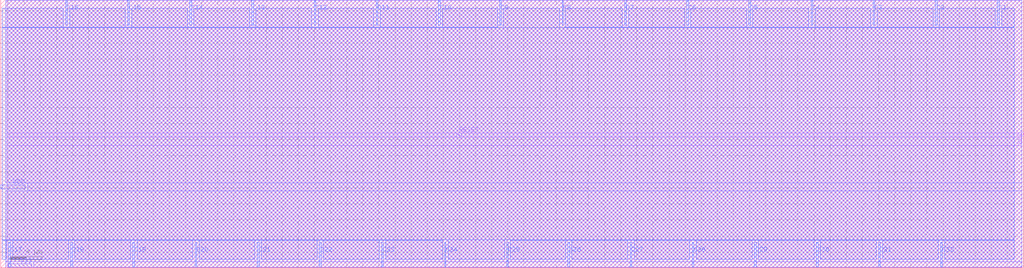
<source format=lef>
VERSION 5.7 ;
  NOWIREEXTENSIONATPIN ON ;
  DIVIDERCHAR "/" ;
  BUSBITCHARS "[]" ;
MACRO BR32
  CLASS BLOCK ;
  FOREIGN BR32 ;
  ORIGIN 0.940 -0.070 ;
  SIZE 126.910 BY 33.320 ;
  PIN VSS
    DIRECTION INOUT ;
    USE GROUND ; 
    PORT
      LAYER met1 ;
        RECT 0.000 0.120 2.900 0.530 ;
    END
  END VSS
  PIN OUT
    PORT
      LAYER li1 ;
        RECT 125.515 15.425 125.695 16.620 ;
    END
  END OUT
  PIN C9
    PORT
      LAYER met2 ;
        RECT 61.010 30.210 61.150 33.340 ;
    END
  END C9
  PIN C10
    PORT
      LAYER met2 ;
        RECT 53.370 30.240 53.590 33.350 ;
    END
  END C10
  PIN C11
    PORT
      LAYER met2 ;
        RECT 45.660 30.240 45.880 33.350 ;
    END
  END C11
  PIN C12
    PORT
      LAYER met2 ;
        RECT 37.950 30.240 38.170 33.350 ;
    END
  END C12
  PIN C13
    PORT
      LAYER met2 ;
        RECT 30.240 30.240 30.460 33.350 ;
    END
  END C13
  PIN C14
    PORT
      LAYER met2 ;
        RECT 22.530 30.240 22.750 33.350 ;
    END
  END C14
  PIN C15
    PORT
      LAYER met2 ;
        RECT 14.820 30.240 15.040 33.350 ;
    END
  END C15
  PIN C16
    PORT
      LAYER met2 ;
        RECT 7.110 30.240 7.330 33.350 ;
    END
  END C16
  PIN C17
    PORT
      LAYER met2 ;
        RECT 0.060 0.110 0.280 3.220 ;
    END
  END C17
  PIN C18
    PORT
      LAYER met2 ;
        RECT 7.770 0.110 7.990 3.220 ;
    END
  END C18
  PIN C19
    PORT
      LAYER met2 ;
        RECT 15.480 0.110 15.700 3.220 ;
    END
  END C19
  PIN C20
    PORT
      LAYER met2 ;
        RECT 23.190 0.110 23.410 3.220 ;
    END
  END C20
  PIN C21
    PORT
      LAYER met2 ;
        RECT 30.900 0.110 31.120 3.220 ;
    END
  END C21
  PIN C22
    PORT
      LAYER met2 ;
        RECT 38.610 0.110 38.830 3.220 ;
    END
  END C22
  PIN C23
    PORT
      LAYER met2 ;
        RECT 46.320 0.110 46.540 3.220 ;
    END
  END C23
  PIN C24
    PORT
      LAYER met2 ;
        RECT 54.180 0.120 54.320 3.250 ;
    END
  END C24
  PIN C25
    PORT
      LAYER met2 ;
        RECT 61.890 0.120 62.030 3.250 ;
    END
  END C25
  PIN C26
    PORT
      LAYER met2 ;
        RECT 69.450 0.110 69.670 3.220 ;
    END
  END C26
  PIN C27
    PORT
      LAYER met2 ;
        RECT 77.160 0.110 77.380 3.220 ;
    END
  END C27
  PIN C28
    PORT
      LAYER met2 ;
        RECT 84.870 0.110 85.090 3.220 ;
    END
  END C28
  PIN C29
    PORT
      LAYER met2 ;
        RECT 92.580 0.110 92.800 3.220 ;
    END
  END C29
  PIN C30
    PORT
      LAYER met2 ;
        RECT 100.290 0.110 100.510 3.220 ;
    END
  END C30
  PIN C31
    PORT
      LAYER met2 ;
        RECT 108.000 0.110 108.220 3.220 ;
    END
  END C31
  PIN C32
    PORT
      LAYER met2 ;
        RECT 115.710 0.110 115.930 3.220 ;
    END
  END C32
  PIN C1
    PORT
      LAYER met2 ;
        RECT 122.760 30.240 122.980 33.350 ;
    END
  END C1
  PIN C2
    PORT
      LAYER met2 ;
        RECT 115.050 30.240 115.270 33.350 ;
    END
  END C2
  PIN C3
    PORT
      LAYER met2 ;
        RECT 107.340 30.240 107.560 33.350 ;
    END
  END C3
  PIN C4
    PORT
      LAYER met2 ;
        RECT 99.630 30.240 99.850 33.350 ;
    END
  END C4
  PIN C5
    PORT
      LAYER met2 ;
        RECT 91.920 30.240 92.140 33.350 ;
    END
  END C5
  PIN C6
    PORT
      LAYER met2 ;
        RECT 84.210 30.240 84.430 33.350 ;
    END
  END C6
  PIN C7
    PORT
      LAYER met2 ;
        RECT 76.500 30.240 76.720 33.350 ;
    END
  END C7
  PIN C8
    PORT
      LAYER met2 ;
        RECT 68.720 30.210 68.860 33.340 ;
    END
  END C8
  PIN RESET
    PORT
      LAYER li1 ;
        RECT 55.840 16.490 56.020 16.630 ;
    END
  END RESET
  PIN VDD
    DIRECTION INOUT ;
    USE POWER ; 
    PORT
      LAYER met1 ;
        RECT -0.940 9.870 2.115 10.350 ;
    END
  END VDD
  OBS
      LAYER li1 ;
        RECT -0.130 16.800 125.780 33.340 ;
        RECT -0.130 16.320 55.670 16.800 ;
        RECT 56.190 16.790 125.780 16.800 ;
        RECT 56.190 16.320 125.345 16.790 ;
        RECT -0.130 15.255 125.345 16.320 ;
        RECT -0.130 0.120 125.780 15.255 ;
      LAYER met1 ;
        RECT -0.320 10.630 125.780 33.340 ;
        RECT 2.395 9.590 125.780 10.630 ;
        RECT -0.320 0.810 125.780 9.590 ;
        RECT -0.320 0.120 -0.280 0.810 ;
        RECT 3.180 0.120 125.780 0.810 ;
      LAYER met2 ;
        RECT -0.750 29.960 6.830 32.340 ;
        RECT 7.610 29.960 14.540 32.340 ;
        RECT 15.320 29.960 22.250 32.340 ;
        RECT 23.030 29.960 29.960 32.340 ;
        RECT 30.740 29.960 37.670 32.340 ;
        RECT 38.450 29.960 45.380 32.340 ;
        RECT 46.160 29.960 53.090 32.340 ;
        RECT 53.870 29.960 60.730 32.340 ;
        RECT -0.750 29.930 60.730 29.960 ;
        RECT 61.430 29.930 68.440 32.340 ;
        RECT 69.140 29.960 76.220 32.340 ;
        RECT 77.000 29.960 83.930 32.340 ;
        RECT 84.710 29.960 91.640 32.340 ;
        RECT 92.420 29.960 99.350 32.340 ;
        RECT 100.130 29.960 107.060 32.340 ;
        RECT 107.840 29.960 114.770 32.340 ;
        RECT 115.550 29.960 122.480 32.340 ;
        RECT 123.260 29.960 124.860 32.340 ;
        RECT 69.140 29.930 124.860 29.960 ;
        RECT -0.750 3.530 124.860 29.930 ;
        RECT -0.750 3.500 53.900 3.530 ;
        RECT -0.750 1.120 -0.220 3.500 ;
        RECT 0.560 1.120 7.490 3.500 ;
        RECT 8.270 1.120 15.200 3.500 ;
        RECT 15.980 1.120 22.910 3.500 ;
        RECT 23.690 1.120 30.620 3.500 ;
        RECT 31.400 1.120 38.330 3.500 ;
        RECT 39.110 1.120 46.040 3.500 ;
        RECT 46.820 1.120 53.900 3.500 ;
        RECT 54.600 1.120 61.610 3.530 ;
        RECT 62.310 3.500 124.860 3.530 ;
        RECT 62.310 1.120 69.170 3.500 ;
        RECT 69.950 1.120 76.880 3.500 ;
        RECT 77.660 1.120 84.590 3.500 ;
        RECT 85.370 1.120 92.300 3.500 ;
        RECT 93.080 1.120 100.010 3.500 ;
        RECT 100.790 1.120 107.720 3.500 ;
        RECT 108.500 1.120 115.430 3.500 ;
        RECT 116.210 1.120 124.860 3.500 ;
  END
END BR32
END LIBRARY


</source>
